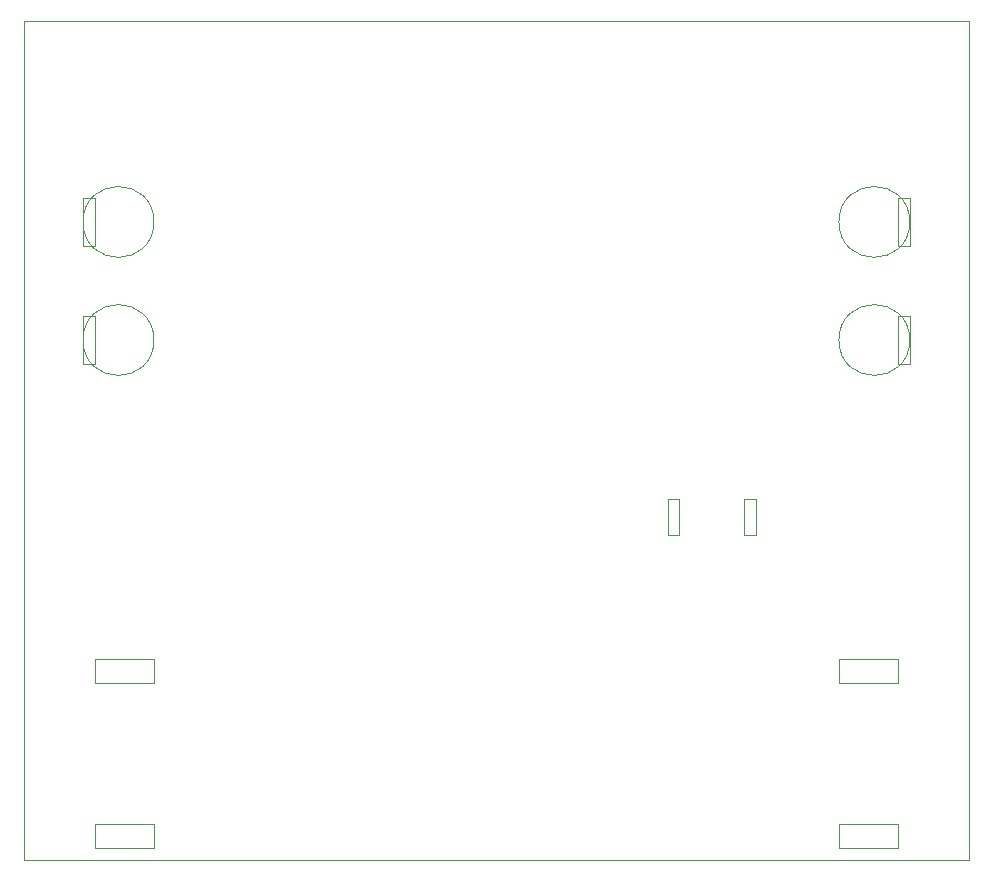
<source format=gbr>
%TF.GenerationSoftware,KiCad,Pcbnew,8.0.8*%
%TF.CreationDate,2025-07-28T16:06:37+02:00*%
%TF.ProjectId,Linefollower Wz.4,4c696e65-666f-46c6-9c6f-77657220577a,4.1*%
%TF.SameCoordinates,Original*%
%TF.FileFunction,Profile,NP*%
%FSLAX46Y46*%
G04 Gerber Fmt 4.6, Leading zero omitted, Abs format (unit mm)*
G04 Created by KiCad (PCBNEW 8.0.8) date 2025-07-28 16:06:37*
%MOMM*%
%LPD*%
G01*
G04 APERTURE LIST*
%TA.AperFunction,Profile*%
%ADD10C,0.050000*%
%TD*%
G04 APERTURE END LIST*
D10*
X159000000Y-94000000D02*
X160000000Y-94000000D01*
X160000000Y-98000000D01*
X159000000Y-98000000D01*
X159000000Y-94000000D01*
X154000000Y-123000000D02*
X159000000Y-123000000D01*
X159000000Y-125000000D01*
X154000000Y-125000000D01*
X154000000Y-123000000D01*
X165000000Y-90000000D02*
X165000000Y-92000000D01*
X165000000Y-140000000D01*
X85000000Y-140000000D01*
X85000000Y-92000000D01*
X85000000Y-90000000D01*
X85000000Y-69000000D01*
X165000000Y-69000000D01*
X165000000Y-90000000D01*
X90000000Y-94000000D02*
X91000000Y-94000000D01*
X91000000Y-98000000D01*
X90000000Y-98000000D01*
X90000000Y-94000000D01*
X160000000Y-86000000D02*
G75*
G02*
X154000000Y-86000000I-3000000J0D01*
G01*
X154000000Y-86000000D02*
G75*
G02*
X160000000Y-86000000I3000000J0D01*
G01*
X96000000Y-125000000D02*
X91000000Y-125000000D01*
X91000000Y-123000000D01*
X96000000Y-123000000D01*
X96000000Y-125000000D01*
X159000000Y-84000000D02*
X160000000Y-84000000D01*
X160000000Y-88000000D01*
X159000000Y-88000000D01*
X159000000Y-84000000D01*
X90000000Y-84000000D02*
X91000000Y-84000000D01*
X91000000Y-88000000D01*
X90000000Y-88000000D01*
X90000000Y-84000000D01*
X139500000Y-109500000D02*
X140500000Y-109500000D01*
X140500000Y-112500000D01*
X139500000Y-112500000D01*
X139500000Y-109500000D01*
X154000000Y-137000000D02*
X159000000Y-137000000D01*
X159000000Y-139000000D01*
X154000000Y-139000000D01*
X154000000Y-137000000D01*
X160000000Y-96000000D02*
G75*
G02*
X154000000Y-96000000I-3000000J0D01*
G01*
X154000000Y-96000000D02*
G75*
G02*
X160000000Y-96000000I3000000J0D01*
G01*
X96000000Y-139000000D02*
X91000000Y-139000000D01*
X91000000Y-137000000D01*
X96000000Y-137000000D01*
X96000000Y-139000000D01*
X146000000Y-109500000D02*
X147000000Y-109500000D01*
X147000000Y-112500000D01*
X146000000Y-112500000D01*
X146000000Y-109500000D01*
X96000000Y-96000000D02*
G75*
G02*
X90000000Y-96000000I-3000000J0D01*
G01*
X90000000Y-96000000D02*
G75*
G02*
X96000000Y-96000000I3000000J0D01*
G01*
X96000000Y-86000000D02*
G75*
G02*
X90000000Y-86000000I-3000000J0D01*
G01*
X90000000Y-86000000D02*
G75*
G02*
X96000000Y-86000000I3000000J0D01*
G01*
M02*

</source>
